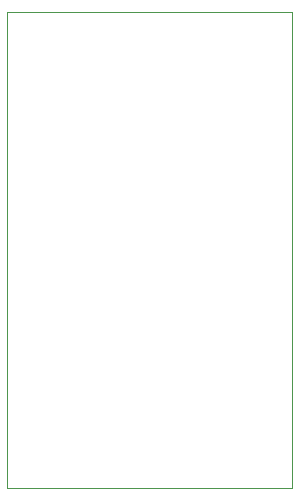
<source format=gbp>
G75*
%MOIN*%
%OFA0B0*%
%FSLAX25Y25*%
%IPPOS*%
%LPD*%
%AMOC8*
5,1,8,0,0,1.08239X$1,22.5*
%
%ADD10C,0.00000*%
D10*
X0041800Y0001000D02*
X0041800Y0159701D01*
X0136721Y0159701D01*
X0136721Y0001000D01*
X0041800Y0001000D01*
M02*

</source>
